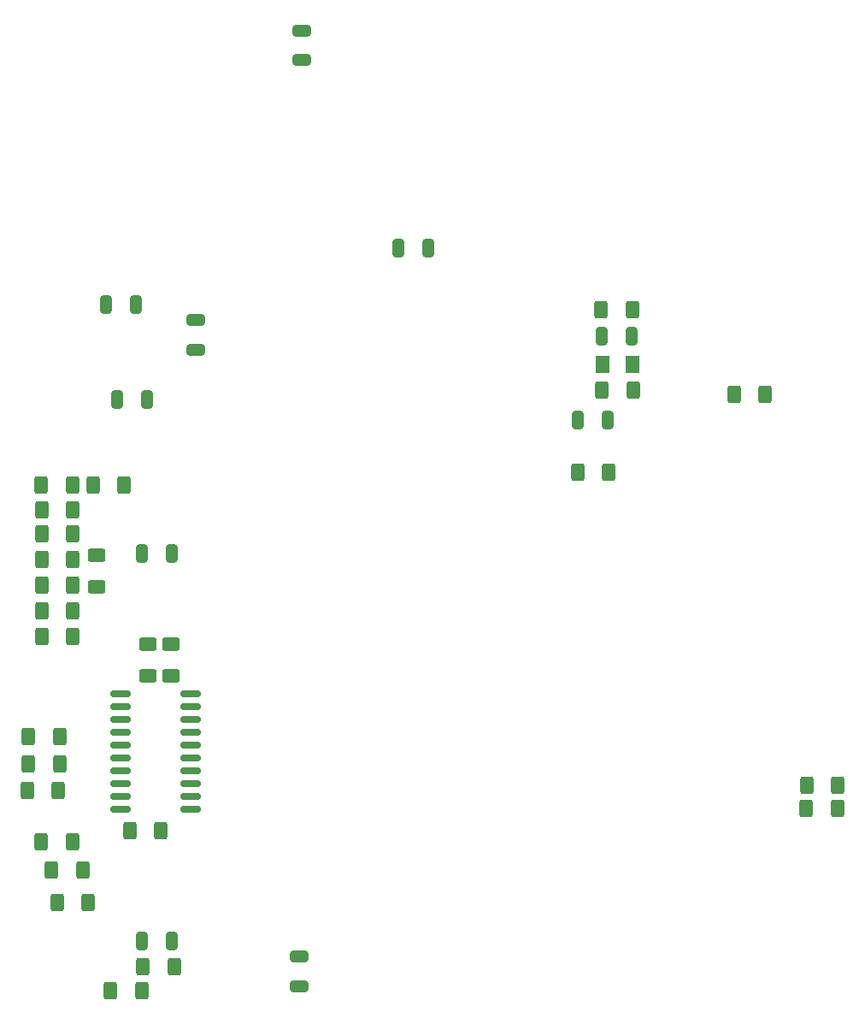
<source format=gbr>
%TF.GenerationSoftware,KiCad,Pcbnew,8.0.5-8.0.5-0~ubuntu22.04.1*%
%TF.CreationDate,2024-10-11T08:26:29+02:00*%
%TF.ProjectId,WD1771_Board,57443137-3731-45f4-926f-6172642e6b69,rev?*%
%TF.SameCoordinates,Original*%
%TF.FileFunction,Paste,Bot*%
%TF.FilePolarity,Positive*%
%FSLAX46Y46*%
G04 Gerber Fmt 4.6, Leading zero omitted, Abs format (unit mm)*
G04 Created by KiCad (PCBNEW 8.0.5-8.0.5-0~ubuntu22.04.1) date 2024-10-11 08:26:29*
%MOMM*%
%LPD*%
G01*
G04 APERTURE LIST*
G04 Aperture macros list*
%AMRoundRect*
0 Rectangle with rounded corners*
0 $1 Rounding radius*
0 $2 $3 $4 $5 $6 $7 $8 $9 X,Y pos of 4 corners*
0 Add a 4 corners polygon primitive as box body*
4,1,4,$2,$3,$4,$5,$6,$7,$8,$9,$2,$3,0*
0 Add four circle primitives for the rounded corners*
1,1,$1+$1,$2,$3*
1,1,$1+$1,$4,$5*
1,1,$1+$1,$6,$7*
1,1,$1+$1,$8,$9*
0 Add four rect primitives between the rounded corners*
20,1,$1+$1,$2,$3,$4,$5,0*
20,1,$1+$1,$4,$5,$6,$7,0*
20,1,$1+$1,$6,$7,$8,$9,0*
20,1,$1+$1,$8,$9,$2,$3,0*%
G04 Aperture macros list end*
%ADD10RoundRect,0.250000X-0.650000X0.325000X-0.650000X-0.325000X0.650000X-0.325000X0.650000X0.325000X0*%
%ADD11RoundRect,0.250000X0.400000X0.625000X-0.400000X0.625000X-0.400000X-0.625000X0.400000X-0.625000X0*%
%ADD12RoundRect,0.250000X-0.325000X-0.650000X0.325000X-0.650000X0.325000X0.650000X-0.325000X0.650000X0*%
%ADD13RoundRect,0.250000X-0.400000X-0.625000X0.400000X-0.625000X0.400000X0.625000X-0.400000X0.625000X0*%
%ADD14RoundRect,0.250000X0.325000X0.650000X-0.325000X0.650000X-0.325000X-0.650000X0.325000X-0.650000X0*%
%ADD15RoundRect,0.250001X-0.462499X-0.624999X0.462499X-0.624999X0.462499X0.624999X-0.462499X0.624999X0*%
%ADD16RoundRect,0.250000X-0.625000X0.400000X-0.625000X-0.400000X0.625000X-0.400000X0.625000X0.400000X0*%
%ADD17RoundRect,0.250000X0.625000X-0.400000X0.625000X0.400000X-0.625000X0.400000X-0.625000X-0.400000X0*%
%ADD18RoundRect,0.250000X0.650000X-0.325000X0.650000X0.325000X-0.650000X0.325000X-0.650000X-0.325000X0*%
%ADD19RoundRect,0.150000X0.837500X0.150000X-0.837500X0.150000X-0.837500X-0.150000X0.837500X-0.150000X0*%
G04 APERTURE END LIST*
D10*
%TO.C,C2*%
X88800000Y-144300000D03*
X88800000Y-147250000D03*
%TD*%
D11*
%TO.C,R27*%
X67336000Y-135763000D03*
X64236000Y-135763000D03*
%TD*%
%TO.C,R26*%
X75083000Y-131826000D03*
X71983000Y-131826000D03*
%TD*%
D12*
%TO.C,C6*%
X116381000Y-91186000D03*
X119331000Y-91186000D03*
%TD*%
D13*
%TO.C,R13*%
X118745000Y-88265000D03*
X121845000Y-88265000D03*
%TD*%
D11*
%TO.C,R1*%
X66294000Y-132969000D03*
X63194000Y-132969000D03*
%TD*%
D13*
%TO.C,R4*%
X139025000Y-127325000D03*
X142125000Y-127325000D03*
%TD*%
D11*
%TO.C,R20*%
X66346000Y-112649000D03*
X63246000Y-112649000D03*
%TD*%
D14*
%TO.C,C11*%
X72595000Y-79756000D03*
X69645000Y-79756000D03*
%TD*%
D11*
%TO.C,R17*%
X66320000Y-97663000D03*
X63220000Y-97663000D03*
%TD*%
D12*
%TO.C,C8*%
X118716000Y-82931000D03*
X121666000Y-82931000D03*
%TD*%
D15*
%TO.C,D1*%
X118818000Y-85725000D03*
X121793000Y-85725000D03*
%TD*%
D12*
%TO.C,C5*%
X98601000Y-74168000D03*
X101551000Y-74168000D03*
%TD*%
D11*
%TO.C,R2*%
X66346000Y-105054400D03*
X63246000Y-105054400D03*
%TD*%
D16*
%TO.C,R19*%
X68707000Y-104596000D03*
X68707000Y-107696000D03*
%TD*%
D12*
%TO.C,C15*%
X73201000Y-142748000D03*
X76151000Y-142748000D03*
%TD*%
D11*
%TO.C,R3*%
X66344800Y-110134400D03*
X63244800Y-110134400D03*
%TD*%
D13*
%TO.C,R11*%
X73279000Y-145288000D03*
X76379000Y-145288000D03*
%TD*%
D11*
%TO.C,R12*%
X66346000Y-100076000D03*
X63246000Y-100076000D03*
%TD*%
D13*
%TO.C,R5*%
X139000000Y-129625000D03*
X142100000Y-129625000D03*
%TD*%
D11*
%TO.C,R6*%
X66344800Y-107594400D03*
X63244800Y-107594400D03*
%TD*%
%TO.C,R14*%
X121793000Y-80264000D03*
X118693000Y-80264000D03*
%TD*%
%TO.C,R29*%
X73152000Y-147701000D03*
X70052000Y-147701000D03*
%TD*%
%TO.C,R15*%
X134926000Y-88646000D03*
X131826000Y-88646000D03*
%TD*%
%TO.C,R7*%
X66370800Y-102514400D03*
X63270800Y-102514400D03*
%TD*%
D10*
%TO.C,C13*%
X78486000Y-81329000D03*
X78486000Y-84279000D03*
%TD*%
D13*
%TO.C,R18*%
X68326000Y-97663000D03*
X71426000Y-97663000D03*
%TD*%
D17*
%TO.C,R21*%
X76073000Y-116511000D03*
X76073000Y-113411000D03*
%TD*%
%TO.C,R22*%
X73787000Y-116511000D03*
X73787000Y-113411000D03*
%TD*%
D14*
%TO.C,C14*%
X76151000Y-104394000D03*
X73201000Y-104394000D03*
%TD*%
D13*
%TO.C,R16*%
X116332000Y-96393000D03*
X119432000Y-96393000D03*
%TD*%
%TO.C,R25*%
X61823000Y-127889000D03*
X64923000Y-127889000D03*
%TD*%
D18*
%TO.C,C1*%
X89000000Y-55600000D03*
X89000000Y-52650000D03*
%TD*%
D13*
%TO.C,R24*%
X61924000Y-125222000D03*
X65024000Y-125222000D03*
%TD*%
D14*
%TO.C,C12*%
X73660000Y-89154000D03*
X70710000Y-89154000D03*
%TD*%
D19*
%TO.C,U1*%
X78031824Y-118341735D03*
X78031824Y-119611735D03*
X78031824Y-120881735D03*
X78031824Y-122151735D03*
X78031824Y-123421735D03*
X78031824Y-124691735D03*
X78031824Y-125961735D03*
X78031824Y-127231735D03*
X78031824Y-128501735D03*
X78031824Y-129771735D03*
X71106824Y-129771735D03*
X71106824Y-128501735D03*
X71106824Y-127231735D03*
X71106824Y-125961735D03*
X71106824Y-124691735D03*
X71106824Y-123421735D03*
X71106824Y-122151735D03*
X71106824Y-120881735D03*
X71106824Y-119611735D03*
X71106824Y-118341735D03*
%TD*%
D11*
%TO.C,R28*%
X67870000Y-138938000D03*
X64770000Y-138938000D03*
%TD*%
D13*
%TO.C,R23*%
X61924000Y-122555000D03*
X65024000Y-122555000D03*
%TD*%
M02*

</source>
